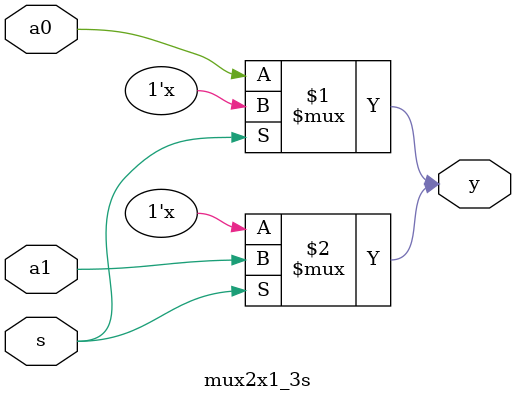
<source format=v>
/************************************************
  The Verilog HDL code example is from the book
  Computer Principles and Design in Verilog HDL
  by Yamin Li, published by A JOHN WILEY & SONS
************************************************/
module mux2x1_3s (a0, a1, s, y);        // multiplexer using tri-state gates
    input  s, a0, a1;                   // inputs
    output y;                           // output
    // bufif0 (out, in,  ctl);          // tri-state buffer: ctl==0: out=in;
    bufif0 b0 (y,   a0,  s);            //   ctl == 1: out = high-impedance;
    // bufif1 (out, in,  ctl);          // tri-state buffer: ctl==1: out=in;
    bufif1 b1 (y,   a1,  s);            //   ctl == 0: out = high-impedance;
endmodule

</source>
